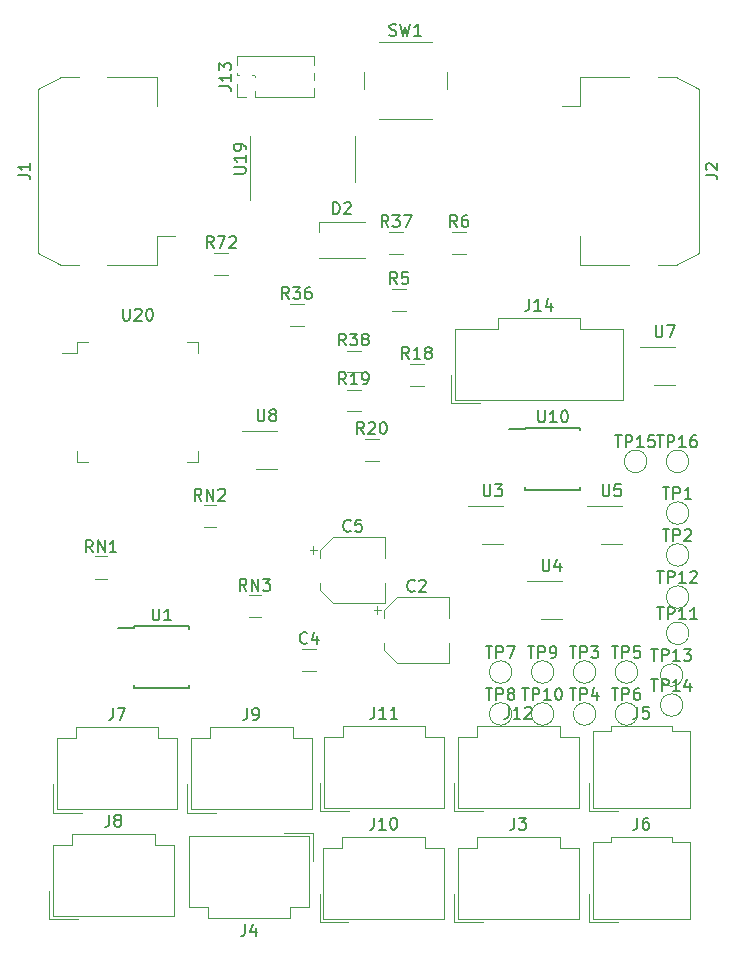
<source format=gbr>
G04 #@! TF.GenerationSoftware,KiCad,Pcbnew,5.1.5-52549c5~84~ubuntu18.04.1*
G04 #@! TF.CreationDate,2020-01-13T13:08:31-08:00*
G04 #@! TF.ProjectId,Extention Boards,45787465-6e74-4696-9f6e-20426f617264,rev?*
G04 #@! TF.SameCoordinates,Original*
G04 #@! TF.FileFunction,Legend,Top*
G04 #@! TF.FilePolarity,Positive*
%FSLAX46Y46*%
G04 Gerber Fmt 4.6, Leading zero omitted, Abs format (unit mm)*
G04 Created by KiCad (PCBNEW 5.1.5-52549c5~84~ubuntu18.04.1) date 2020-01-13 13:08:31*
%MOMM*%
%LPD*%
G04 APERTURE LIST*
%ADD10C,0.120000*%
%ADD11C,0.150000*%
G04 APERTURE END LIST*
D10*
X106604000Y-137608000D02*
G75*
G03X106604000Y-137608000I-950000J0D01*
G01*
X103054000Y-137608000D02*
G75*
G03X103054000Y-137608000I-950000J0D01*
G01*
X106106000Y-158242000D02*
G75*
G03X106106000Y-158242000I-950000J0D01*
G01*
X106106000Y-155702000D02*
G75*
G03X106106000Y-155702000I-950000J0D01*
G01*
X106614000Y-149098000D02*
G75*
G03X106614000Y-149098000I-950000J0D01*
G01*
X106614000Y-152166000D02*
G75*
G03X106614000Y-152166000I-950000J0D01*
G01*
X95180000Y-158998000D02*
G75*
G03X95180000Y-158998000I-950000J0D01*
G01*
X95180000Y-155448000D02*
G75*
G03X95180000Y-155448000I-950000J0D01*
G01*
X91630000Y-158998000D02*
G75*
G03X91630000Y-158998000I-950000J0D01*
G01*
X91630000Y-155448000D02*
G75*
G03X91630000Y-155448000I-950000J0D01*
G01*
X102284000Y-158998000D02*
G75*
G03X102284000Y-158998000I-950000J0D01*
G01*
X102284000Y-155448000D02*
G75*
G03X102284000Y-155448000I-950000J0D01*
G01*
X98734000Y-158998000D02*
G75*
G03X98734000Y-158998000I-950000J0D01*
G01*
X98734000Y-155448000D02*
G75*
G03X98734000Y-155448000I-950000J0D01*
G01*
X106614000Y-145536000D02*
G75*
G03X106614000Y-145536000I-950000J0D01*
G01*
X106614000Y-141986000D02*
G75*
G03X106614000Y-141986000I-950000J0D01*
G01*
X80253500Y-149894500D02*
X80253500Y-150519500D01*
X79941000Y-150207000D02*
X80566000Y-150207000D01*
X80806000Y-153587563D02*
X81870437Y-154652000D01*
X80806000Y-150196437D02*
X81870437Y-149132000D01*
X80806000Y-150196437D02*
X80806000Y-150832000D01*
X80806000Y-153587563D02*
X80806000Y-152952000D01*
X81870437Y-154652000D02*
X86326000Y-154652000D01*
X81870437Y-149132000D02*
X86326000Y-149132000D01*
X86326000Y-149132000D02*
X86326000Y-150832000D01*
X86326000Y-154652000D02*
X86326000Y-152952000D01*
X73856436Y-153522000D02*
X75060564Y-153522000D01*
X73856436Y-155342000D02*
X75060564Y-155342000D01*
X80906000Y-149572000D02*
X80906000Y-147872000D01*
X80906000Y-144052000D02*
X80906000Y-145752000D01*
X76450437Y-144052000D02*
X80906000Y-144052000D01*
X76450437Y-149572000D02*
X80906000Y-149572000D01*
X75386000Y-148507563D02*
X75386000Y-147872000D01*
X75386000Y-145116437D02*
X75386000Y-145752000D01*
X75386000Y-145116437D02*
X76450437Y-144052000D01*
X75386000Y-148507563D02*
X76450437Y-149572000D01*
X74521000Y-145127000D02*
X75146000Y-145127000D01*
X74833500Y-144814500D02*
X74833500Y-145439500D01*
X75266000Y-118172000D02*
X75266000Y-117372000D01*
X75266000Y-117372000D02*
X79166000Y-117372000D01*
X75266000Y-120372000D02*
X79166000Y-120372000D01*
X51484000Y-113030000D02*
X51484000Y-106095000D01*
X51484000Y-106095000D02*
X53484000Y-105095000D01*
X53484000Y-105095000D02*
X54999000Y-105095000D01*
X51484000Y-113030000D02*
X51484000Y-119965000D01*
X51484000Y-119965000D02*
X53484000Y-120965000D01*
X53484000Y-120965000D02*
X54999000Y-120965000D01*
X57389000Y-105095000D02*
X61614000Y-105095000D01*
X61614000Y-105095000D02*
X61614000Y-107525000D01*
X57389000Y-120965000D02*
X61614000Y-120965000D01*
X61614000Y-120965000D02*
X61614000Y-118535000D01*
X61614000Y-118535000D02*
X63074000Y-118535000D01*
X97361000Y-107525000D02*
X95901000Y-107525000D01*
X97361000Y-105095000D02*
X97361000Y-107525000D01*
X101586000Y-105095000D02*
X97361000Y-105095000D01*
X97361000Y-120965000D02*
X97361000Y-118535000D01*
X101586000Y-120965000D02*
X97361000Y-120965000D01*
X105491000Y-105095000D02*
X103976000Y-105095000D01*
X107491000Y-106095000D02*
X105491000Y-105095000D01*
X107491000Y-113030000D02*
X107491000Y-106095000D01*
X105491000Y-120965000D02*
X103976000Y-120965000D01*
X107491000Y-119965000D02*
X105491000Y-120965000D01*
X107491000Y-113030000D02*
X107491000Y-119965000D01*
X92170000Y-169418000D02*
X88670000Y-169418000D01*
X88670000Y-169418000D02*
X88670000Y-170318000D01*
X88670000Y-170318000D02*
X87060000Y-170318000D01*
X87060000Y-170318000D02*
X87060000Y-176338000D01*
X87060000Y-176338000D02*
X92170000Y-176338000D01*
X92170000Y-169418000D02*
X95670000Y-169418000D01*
X95670000Y-169418000D02*
X95670000Y-170318000D01*
X95670000Y-170318000D02*
X97280000Y-170318000D01*
X97280000Y-170318000D02*
X97280000Y-176338000D01*
X97280000Y-176338000D02*
X92170000Y-176338000D01*
X86760000Y-174228000D02*
X86760000Y-176638000D01*
X86760000Y-176638000D02*
X89170000Y-176638000D01*
X74784000Y-169056000D02*
X72374000Y-169056000D01*
X74784000Y-171466000D02*
X74784000Y-169056000D01*
X64264000Y-169356000D02*
X69374000Y-169356000D01*
X64264000Y-175376000D02*
X64264000Y-169356000D01*
X65874000Y-175376000D02*
X64264000Y-175376000D01*
X65874000Y-176276000D02*
X65874000Y-175376000D01*
X69374000Y-176276000D02*
X65874000Y-176276000D01*
X74484000Y-169356000D02*
X69374000Y-169356000D01*
X74484000Y-175376000D02*
X74484000Y-169356000D01*
X72874000Y-175376000D02*
X74484000Y-175376000D01*
X72874000Y-176276000D02*
X72874000Y-175376000D01*
X69374000Y-176276000D02*
X72874000Y-176276000D01*
X102600000Y-160020000D02*
X99990000Y-160020000D01*
X99990000Y-160020000D02*
X99990000Y-160420000D01*
X99990000Y-160420000D02*
X98490000Y-160420000D01*
X98490000Y-160420000D02*
X98490000Y-166940000D01*
X98490000Y-166940000D02*
X102600000Y-166940000D01*
X102600000Y-160020000D02*
X105210000Y-160020000D01*
X105210000Y-160020000D02*
X105210000Y-160420000D01*
X105210000Y-160420000D02*
X106710000Y-160420000D01*
X106710000Y-160420000D02*
X106710000Y-166940000D01*
X106710000Y-166940000D02*
X102600000Y-166940000D01*
X98190000Y-164830000D02*
X98190000Y-167240000D01*
X98190000Y-167240000D02*
X100600000Y-167240000D01*
X98190000Y-176638000D02*
X100600000Y-176638000D01*
X98190000Y-174228000D02*
X98190000Y-176638000D01*
X106710000Y-176338000D02*
X102600000Y-176338000D01*
X106710000Y-169818000D02*
X106710000Y-176338000D01*
X105210000Y-169818000D02*
X106710000Y-169818000D01*
X105210000Y-169418000D02*
X105210000Y-169818000D01*
X102600000Y-169418000D02*
X105210000Y-169418000D01*
X98490000Y-176338000D02*
X102600000Y-176338000D01*
X98490000Y-169818000D02*
X98490000Y-176338000D01*
X99990000Y-169818000D02*
X98490000Y-169818000D01*
X99990000Y-169418000D02*
X99990000Y-169818000D01*
X102600000Y-169418000D02*
X99990000Y-169418000D01*
X52788000Y-167357001D02*
X55198000Y-167357001D01*
X52788000Y-164947001D02*
X52788000Y-167357001D01*
X63308000Y-167057001D02*
X58198000Y-167057001D01*
X63308000Y-161037001D02*
X63308000Y-167057001D01*
X61698000Y-161037001D02*
X63308000Y-161037001D01*
X61698000Y-160137001D02*
X61698000Y-161037001D01*
X58198000Y-160137001D02*
X61698000Y-160137001D01*
X53088000Y-167057001D02*
X58198000Y-167057001D01*
X53088000Y-161037001D02*
X53088000Y-167057001D01*
X54698000Y-161037001D02*
X53088000Y-161037001D01*
X54698000Y-160137001D02*
X54698000Y-161037001D01*
X58198000Y-160137001D02*
X54698000Y-160137001D01*
X57880000Y-169164000D02*
X54380000Y-169164000D01*
X54380000Y-169164000D02*
X54380000Y-170064000D01*
X54380000Y-170064000D02*
X52770000Y-170064000D01*
X52770000Y-170064000D02*
X52770000Y-176084000D01*
X52770000Y-176084000D02*
X57880000Y-176084000D01*
X57880000Y-169164000D02*
X61380000Y-169164000D01*
X61380000Y-169164000D02*
X61380000Y-170064000D01*
X61380000Y-170064000D02*
X62990000Y-170064000D01*
X62990000Y-170064000D02*
X62990000Y-176084000D01*
X62990000Y-176084000D02*
X57880000Y-176084000D01*
X52470000Y-173974000D02*
X52470000Y-176384000D01*
X52470000Y-176384000D02*
X54880000Y-176384000D01*
X64154000Y-167357001D02*
X66564000Y-167357001D01*
X64154000Y-164947001D02*
X64154000Y-167357001D01*
X74674000Y-167057001D02*
X69564000Y-167057001D01*
X74674000Y-161037001D02*
X74674000Y-167057001D01*
X73064000Y-161037001D02*
X74674000Y-161037001D01*
X73064000Y-160137001D02*
X73064000Y-161037001D01*
X69564000Y-160137001D02*
X73064000Y-160137001D01*
X64454000Y-167057001D02*
X69564000Y-167057001D01*
X64454000Y-161037001D02*
X64454000Y-167057001D01*
X66064000Y-161037001D02*
X64454000Y-161037001D01*
X66064000Y-160137001D02*
X66064000Y-161037001D01*
X69564000Y-160137001D02*
X66064000Y-160137001D01*
X75362000Y-176638000D02*
X77772000Y-176638000D01*
X75362000Y-174228000D02*
X75362000Y-176638000D01*
X85882000Y-176338000D02*
X80772000Y-176338000D01*
X85882000Y-170318000D02*
X85882000Y-176338000D01*
X84272000Y-170318000D02*
X85882000Y-170318000D01*
X84272000Y-169418000D02*
X84272000Y-170318000D01*
X80772000Y-169418000D02*
X84272000Y-169418000D01*
X75662000Y-176338000D02*
X80772000Y-176338000D01*
X75662000Y-170318000D02*
X75662000Y-176338000D01*
X77272000Y-170318000D02*
X75662000Y-170318000D01*
X77272000Y-169418000D02*
X77272000Y-170318000D01*
X80772000Y-169418000D02*
X77272000Y-169418000D01*
X80804000Y-160020000D02*
X77304000Y-160020000D01*
X77304000Y-160020000D02*
X77304000Y-160920000D01*
X77304000Y-160920000D02*
X75694000Y-160920000D01*
X75694000Y-160920000D02*
X75694000Y-166940000D01*
X75694000Y-166940000D02*
X80804000Y-166940000D01*
X80804000Y-160020000D02*
X84304000Y-160020000D01*
X84304000Y-160020000D02*
X84304000Y-160920000D01*
X84304000Y-160920000D02*
X85914000Y-160920000D01*
X85914000Y-160920000D02*
X85914000Y-166940000D01*
X85914000Y-166940000D02*
X80804000Y-166940000D01*
X75394000Y-164830000D02*
X75394000Y-167240000D01*
X75394000Y-167240000D02*
X77804000Y-167240000D01*
X92170000Y-160020000D02*
X88670000Y-160020000D01*
X88670000Y-160020000D02*
X88670000Y-160920000D01*
X88670000Y-160920000D02*
X87060000Y-160920000D01*
X87060000Y-160920000D02*
X87060000Y-166940000D01*
X87060000Y-166940000D02*
X92170000Y-166940000D01*
X92170000Y-160020000D02*
X95670000Y-160020000D01*
X95670000Y-160020000D02*
X95670000Y-160920000D01*
X95670000Y-160920000D02*
X97280000Y-160920000D01*
X97280000Y-160920000D02*
X97280000Y-166940000D01*
X97280000Y-166940000D02*
X92170000Y-166940000D01*
X86760000Y-164830000D02*
X86760000Y-167240000D01*
X86760000Y-167240000D02*
X89170000Y-167240000D01*
X74863000Y-106794000D02*
X74863000Y-105971530D01*
X74863000Y-104086470D02*
X74863000Y-103264000D01*
X74863000Y-105356470D02*
X74863000Y-104701530D01*
X69848000Y-106794000D02*
X74863000Y-106794000D01*
X68393000Y-103264000D02*
X74863000Y-103264000D01*
X69848000Y-106794000D02*
X69848000Y-106227471D01*
X69848000Y-105100529D02*
X69848000Y-104957471D01*
X69794529Y-104904000D02*
X69651471Y-104904000D01*
X68524529Y-104904000D02*
X68393000Y-104904000D01*
X68393000Y-104904000D02*
X68393000Y-104701530D01*
X68393000Y-104086470D02*
X68393000Y-103264000D01*
X69088000Y-106794000D02*
X68328000Y-106794000D01*
X68328000Y-106794000D02*
X68328000Y-105664000D01*
X93916000Y-125476000D02*
X90416000Y-125476000D01*
X90416000Y-125476000D02*
X90416000Y-126376000D01*
X90416000Y-126376000D02*
X86806000Y-126376000D01*
X86806000Y-126376000D02*
X86806000Y-132396000D01*
X86806000Y-132396000D02*
X93916000Y-132396000D01*
X93916000Y-125476000D02*
X97416000Y-125476000D01*
X97416000Y-125476000D02*
X97416000Y-126376000D01*
X97416000Y-126376000D02*
X101026000Y-126376000D01*
X101026000Y-126376000D02*
X101026000Y-132396000D01*
X101026000Y-132396000D02*
X93916000Y-132396000D01*
X86506000Y-130286000D02*
X86506000Y-132696000D01*
X86506000Y-132696000D02*
X88916000Y-132696000D01*
X81476436Y-123042000D02*
X82680564Y-123042000D01*
X81476436Y-124862000D02*
X82680564Y-124862000D01*
X86556436Y-120036000D02*
X87760564Y-120036000D01*
X86556436Y-118216000D02*
X87760564Y-118216000D01*
X82963936Y-129392000D02*
X84168064Y-129392000D01*
X82963936Y-131212000D02*
X84168064Y-131212000D01*
X77632937Y-133363001D02*
X78837065Y-133363001D01*
X77632937Y-131543001D02*
X78837065Y-131543001D01*
X79153936Y-135742000D02*
X80358064Y-135742000D01*
X79153936Y-137562000D02*
X80358064Y-137562000D01*
X72803936Y-124312000D02*
X74008064Y-124312000D01*
X72803936Y-126132000D02*
X74008064Y-126132000D01*
X81222436Y-120036000D02*
X82426564Y-120036000D01*
X81222436Y-118216000D02*
X82426564Y-118216000D01*
X77632937Y-130073001D02*
X78837065Y-130073001D01*
X77632937Y-128253001D02*
X78837065Y-128253001D01*
X66417436Y-119994000D02*
X67621564Y-119994000D01*
X66417436Y-121814000D02*
X67621564Y-121814000D01*
X57334000Y-147566000D02*
X56334000Y-147566000D01*
X57334000Y-145626000D02*
X56334000Y-145626000D01*
X66540000Y-141270000D02*
X65540000Y-141270000D01*
X66540000Y-143210000D02*
X65540000Y-143210000D01*
X70350000Y-148890000D02*
X69350000Y-148890000D01*
X70350000Y-150830000D02*
X69350000Y-150830000D01*
X80352000Y-108624000D02*
X84852000Y-108624000D01*
X79102000Y-104624000D02*
X79102000Y-106124000D01*
X84852000Y-102124000D02*
X80352000Y-102124000D01*
X86102000Y-106124000D02*
X86102000Y-104624000D01*
D11*
X59651000Y-151553000D02*
X59651000Y-151678000D01*
X64301000Y-151553000D02*
X64301000Y-151778000D01*
X64301000Y-156803000D02*
X64301000Y-156578000D01*
X59651000Y-156803000D02*
X59651000Y-156578000D01*
X59651000Y-151553000D02*
X64301000Y-151553000D01*
X59651000Y-156803000D02*
X64301000Y-156803000D01*
X59651000Y-151678000D02*
X58301000Y-151678000D01*
D10*
X89096000Y-144612000D02*
X90896000Y-144612000D01*
X90896000Y-141392000D02*
X87946000Y-141392000D01*
X95896000Y-147742000D02*
X92946000Y-147742000D01*
X94096000Y-150962000D02*
X95896000Y-150962000D01*
X99176000Y-144612000D02*
X100976000Y-144612000D01*
X100976000Y-141392000D02*
X98026000Y-141392000D01*
X105468000Y-127930000D02*
X102518000Y-127930000D01*
X103668000Y-131150000D02*
X105468000Y-131150000D01*
X69966000Y-138262000D02*
X71766000Y-138262000D01*
X71766000Y-135042000D02*
X68816000Y-135042000D01*
D11*
X92769000Y-134884000D02*
X91419000Y-134884000D01*
X92769000Y-140009000D02*
X97419000Y-140009000D01*
X92769000Y-134759000D02*
X97419000Y-134759000D01*
X92769000Y-140009000D02*
X92769000Y-139784000D01*
X97419000Y-140009000D02*
X97419000Y-139784000D01*
X97419000Y-134759000D02*
X97419000Y-134984000D01*
X92769000Y-134759000D02*
X92769000Y-134884000D01*
D10*
X78349000Y-112014000D02*
X78349000Y-110064000D01*
X78349000Y-112014000D02*
X78349000Y-113964000D01*
X69479000Y-112014000D02*
X69479000Y-110064000D01*
X69479000Y-112014000D02*
X69479000Y-115464000D01*
X64104000Y-137698000D02*
X65054000Y-137698000D01*
X65054000Y-137698000D02*
X65054000Y-136748000D01*
X55784000Y-137698000D02*
X54834000Y-137698000D01*
X54834000Y-137698000D02*
X54834000Y-136748000D01*
X64104000Y-127478000D02*
X65054000Y-127478000D01*
X65054000Y-127478000D02*
X65054000Y-128428000D01*
X55784000Y-127478000D02*
X54834000Y-127478000D01*
X54834000Y-127478000D02*
X54834000Y-128428000D01*
X54834000Y-128428000D02*
X53544000Y-128428000D01*
D11*
X103915904Y-135412380D02*
X104487333Y-135412380D01*
X104201619Y-136412380D02*
X104201619Y-135412380D01*
X104820666Y-136412380D02*
X104820666Y-135412380D01*
X105201619Y-135412380D01*
X105296857Y-135460000D01*
X105344476Y-135507619D01*
X105392095Y-135602857D01*
X105392095Y-135745714D01*
X105344476Y-135840952D01*
X105296857Y-135888571D01*
X105201619Y-135936190D01*
X104820666Y-135936190D01*
X106344476Y-136412380D02*
X105773047Y-136412380D01*
X106058761Y-136412380D02*
X106058761Y-135412380D01*
X105963523Y-135555238D01*
X105868285Y-135650476D01*
X105773047Y-135698095D01*
X107201619Y-135412380D02*
X107011142Y-135412380D01*
X106915904Y-135460000D01*
X106868285Y-135507619D01*
X106773047Y-135650476D01*
X106725428Y-135840952D01*
X106725428Y-136221904D01*
X106773047Y-136317142D01*
X106820666Y-136364761D01*
X106915904Y-136412380D01*
X107106380Y-136412380D01*
X107201619Y-136364761D01*
X107249238Y-136317142D01*
X107296857Y-136221904D01*
X107296857Y-135983809D01*
X107249238Y-135888571D01*
X107201619Y-135840952D01*
X107106380Y-135793333D01*
X106915904Y-135793333D01*
X106820666Y-135840952D01*
X106773047Y-135888571D01*
X106725428Y-135983809D01*
X100365904Y-135412380D02*
X100937333Y-135412380D01*
X100651619Y-136412380D02*
X100651619Y-135412380D01*
X101270666Y-136412380D02*
X101270666Y-135412380D01*
X101651619Y-135412380D01*
X101746857Y-135460000D01*
X101794476Y-135507619D01*
X101842095Y-135602857D01*
X101842095Y-135745714D01*
X101794476Y-135840952D01*
X101746857Y-135888571D01*
X101651619Y-135936190D01*
X101270666Y-135936190D01*
X102794476Y-136412380D02*
X102223047Y-136412380D01*
X102508761Y-136412380D02*
X102508761Y-135412380D01*
X102413523Y-135555238D01*
X102318285Y-135650476D01*
X102223047Y-135698095D01*
X103699238Y-135412380D02*
X103223047Y-135412380D01*
X103175428Y-135888571D01*
X103223047Y-135840952D01*
X103318285Y-135793333D01*
X103556380Y-135793333D01*
X103651619Y-135840952D01*
X103699238Y-135888571D01*
X103746857Y-135983809D01*
X103746857Y-136221904D01*
X103699238Y-136317142D01*
X103651619Y-136364761D01*
X103556380Y-136412380D01*
X103318285Y-136412380D01*
X103223047Y-136364761D01*
X103175428Y-136317142D01*
X103417904Y-156046380D02*
X103989333Y-156046380D01*
X103703619Y-157046380D02*
X103703619Y-156046380D01*
X104322666Y-157046380D02*
X104322666Y-156046380D01*
X104703619Y-156046380D01*
X104798857Y-156094000D01*
X104846476Y-156141619D01*
X104894095Y-156236857D01*
X104894095Y-156379714D01*
X104846476Y-156474952D01*
X104798857Y-156522571D01*
X104703619Y-156570190D01*
X104322666Y-156570190D01*
X105846476Y-157046380D02*
X105275047Y-157046380D01*
X105560761Y-157046380D02*
X105560761Y-156046380D01*
X105465523Y-156189238D01*
X105370285Y-156284476D01*
X105275047Y-156332095D01*
X106703619Y-156379714D02*
X106703619Y-157046380D01*
X106465523Y-155998761D02*
X106227428Y-156713047D01*
X106846476Y-156713047D01*
X103417904Y-153506380D02*
X103989333Y-153506380D01*
X103703619Y-154506380D02*
X103703619Y-153506380D01*
X104322666Y-154506380D02*
X104322666Y-153506380D01*
X104703619Y-153506380D01*
X104798857Y-153554000D01*
X104846476Y-153601619D01*
X104894095Y-153696857D01*
X104894095Y-153839714D01*
X104846476Y-153934952D01*
X104798857Y-153982571D01*
X104703619Y-154030190D01*
X104322666Y-154030190D01*
X105846476Y-154506380D02*
X105275047Y-154506380D01*
X105560761Y-154506380D02*
X105560761Y-153506380D01*
X105465523Y-153649238D01*
X105370285Y-153744476D01*
X105275047Y-153792095D01*
X106179809Y-153506380D02*
X106798857Y-153506380D01*
X106465523Y-153887333D01*
X106608380Y-153887333D01*
X106703619Y-153934952D01*
X106751238Y-153982571D01*
X106798857Y-154077809D01*
X106798857Y-154315904D01*
X106751238Y-154411142D01*
X106703619Y-154458761D01*
X106608380Y-154506380D01*
X106322666Y-154506380D01*
X106227428Y-154458761D01*
X106179809Y-154411142D01*
X103925904Y-146902380D02*
X104497333Y-146902380D01*
X104211619Y-147902380D02*
X104211619Y-146902380D01*
X104830666Y-147902380D02*
X104830666Y-146902380D01*
X105211619Y-146902380D01*
X105306857Y-146950000D01*
X105354476Y-146997619D01*
X105402095Y-147092857D01*
X105402095Y-147235714D01*
X105354476Y-147330952D01*
X105306857Y-147378571D01*
X105211619Y-147426190D01*
X104830666Y-147426190D01*
X106354476Y-147902380D02*
X105783047Y-147902380D01*
X106068761Y-147902380D02*
X106068761Y-146902380D01*
X105973523Y-147045238D01*
X105878285Y-147140476D01*
X105783047Y-147188095D01*
X106735428Y-146997619D02*
X106783047Y-146950000D01*
X106878285Y-146902380D01*
X107116380Y-146902380D01*
X107211619Y-146950000D01*
X107259238Y-146997619D01*
X107306857Y-147092857D01*
X107306857Y-147188095D01*
X107259238Y-147330952D01*
X106687809Y-147902380D01*
X107306857Y-147902380D01*
X103925904Y-149970380D02*
X104497333Y-149970380D01*
X104211619Y-150970380D02*
X104211619Y-149970380D01*
X104830666Y-150970380D02*
X104830666Y-149970380D01*
X105211619Y-149970380D01*
X105306857Y-150018000D01*
X105354476Y-150065619D01*
X105402095Y-150160857D01*
X105402095Y-150303714D01*
X105354476Y-150398952D01*
X105306857Y-150446571D01*
X105211619Y-150494190D01*
X104830666Y-150494190D01*
X106354476Y-150970380D02*
X105783047Y-150970380D01*
X106068761Y-150970380D02*
X106068761Y-149970380D01*
X105973523Y-150113238D01*
X105878285Y-150208476D01*
X105783047Y-150256095D01*
X107306857Y-150970380D02*
X106735428Y-150970380D01*
X107021142Y-150970380D02*
X107021142Y-149970380D01*
X106925904Y-150113238D01*
X106830666Y-150208476D01*
X106735428Y-150256095D01*
X92491904Y-156802380D02*
X93063333Y-156802380D01*
X92777619Y-157802380D02*
X92777619Y-156802380D01*
X93396666Y-157802380D02*
X93396666Y-156802380D01*
X93777619Y-156802380D01*
X93872857Y-156850000D01*
X93920476Y-156897619D01*
X93968095Y-156992857D01*
X93968095Y-157135714D01*
X93920476Y-157230952D01*
X93872857Y-157278571D01*
X93777619Y-157326190D01*
X93396666Y-157326190D01*
X94920476Y-157802380D02*
X94349047Y-157802380D01*
X94634761Y-157802380D02*
X94634761Y-156802380D01*
X94539523Y-156945238D01*
X94444285Y-157040476D01*
X94349047Y-157088095D01*
X95539523Y-156802380D02*
X95634761Y-156802380D01*
X95730000Y-156850000D01*
X95777619Y-156897619D01*
X95825238Y-156992857D01*
X95872857Y-157183333D01*
X95872857Y-157421428D01*
X95825238Y-157611904D01*
X95777619Y-157707142D01*
X95730000Y-157754761D01*
X95634761Y-157802380D01*
X95539523Y-157802380D01*
X95444285Y-157754761D01*
X95396666Y-157707142D01*
X95349047Y-157611904D01*
X95301428Y-157421428D01*
X95301428Y-157183333D01*
X95349047Y-156992857D01*
X95396666Y-156897619D01*
X95444285Y-156850000D01*
X95539523Y-156802380D01*
X92968095Y-153252380D02*
X93539523Y-153252380D01*
X93253809Y-154252380D02*
X93253809Y-153252380D01*
X93872857Y-154252380D02*
X93872857Y-153252380D01*
X94253809Y-153252380D01*
X94349047Y-153300000D01*
X94396666Y-153347619D01*
X94444285Y-153442857D01*
X94444285Y-153585714D01*
X94396666Y-153680952D01*
X94349047Y-153728571D01*
X94253809Y-153776190D01*
X93872857Y-153776190D01*
X94920476Y-154252380D02*
X95110952Y-154252380D01*
X95206190Y-154204761D01*
X95253809Y-154157142D01*
X95349047Y-154014285D01*
X95396666Y-153823809D01*
X95396666Y-153442857D01*
X95349047Y-153347619D01*
X95301428Y-153300000D01*
X95206190Y-153252380D01*
X95015714Y-153252380D01*
X94920476Y-153300000D01*
X94872857Y-153347619D01*
X94825238Y-153442857D01*
X94825238Y-153680952D01*
X94872857Y-153776190D01*
X94920476Y-153823809D01*
X95015714Y-153871428D01*
X95206190Y-153871428D01*
X95301428Y-153823809D01*
X95349047Y-153776190D01*
X95396666Y-153680952D01*
X89418095Y-156802380D02*
X89989523Y-156802380D01*
X89703809Y-157802380D02*
X89703809Y-156802380D01*
X90322857Y-157802380D02*
X90322857Y-156802380D01*
X90703809Y-156802380D01*
X90799047Y-156850000D01*
X90846666Y-156897619D01*
X90894285Y-156992857D01*
X90894285Y-157135714D01*
X90846666Y-157230952D01*
X90799047Y-157278571D01*
X90703809Y-157326190D01*
X90322857Y-157326190D01*
X91465714Y-157230952D02*
X91370476Y-157183333D01*
X91322857Y-157135714D01*
X91275238Y-157040476D01*
X91275238Y-156992857D01*
X91322857Y-156897619D01*
X91370476Y-156850000D01*
X91465714Y-156802380D01*
X91656190Y-156802380D01*
X91751428Y-156850000D01*
X91799047Y-156897619D01*
X91846666Y-156992857D01*
X91846666Y-157040476D01*
X91799047Y-157135714D01*
X91751428Y-157183333D01*
X91656190Y-157230952D01*
X91465714Y-157230952D01*
X91370476Y-157278571D01*
X91322857Y-157326190D01*
X91275238Y-157421428D01*
X91275238Y-157611904D01*
X91322857Y-157707142D01*
X91370476Y-157754761D01*
X91465714Y-157802380D01*
X91656190Y-157802380D01*
X91751428Y-157754761D01*
X91799047Y-157707142D01*
X91846666Y-157611904D01*
X91846666Y-157421428D01*
X91799047Y-157326190D01*
X91751428Y-157278571D01*
X91656190Y-157230952D01*
X89418095Y-153252380D02*
X89989523Y-153252380D01*
X89703809Y-154252380D02*
X89703809Y-153252380D01*
X90322857Y-154252380D02*
X90322857Y-153252380D01*
X90703809Y-153252380D01*
X90799047Y-153300000D01*
X90846666Y-153347619D01*
X90894285Y-153442857D01*
X90894285Y-153585714D01*
X90846666Y-153680952D01*
X90799047Y-153728571D01*
X90703809Y-153776190D01*
X90322857Y-153776190D01*
X91227619Y-153252380D02*
X91894285Y-153252380D01*
X91465714Y-154252380D01*
X100072095Y-156802380D02*
X100643523Y-156802380D01*
X100357809Y-157802380D02*
X100357809Y-156802380D01*
X100976857Y-157802380D02*
X100976857Y-156802380D01*
X101357809Y-156802380D01*
X101453047Y-156850000D01*
X101500666Y-156897619D01*
X101548285Y-156992857D01*
X101548285Y-157135714D01*
X101500666Y-157230952D01*
X101453047Y-157278571D01*
X101357809Y-157326190D01*
X100976857Y-157326190D01*
X102405428Y-156802380D02*
X102214952Y-156802380D01*
X102119714Y-156850000D01*
X102072095Y-156897619D01*
X101976857Y-157040476D01*
X101929238Y-157230952D01*
X101929238Y-157611904D01*
X101976857Y-157707142D01*
X102024476Y-157754761D01*
X102119714Y-157802380D01*
X102310190Y-157802380D01*
X102405428Y-157754761D01*
X102453047Y-157707142D01*
X102500666Y-157611904D01*
X102500666Y-157373809D01*
X102453047Y-157278571D01*
X102405428Y-157230952D01*
X102310190Y-157183333D01*
X102119714Y-157183333D01*
X102024476Y-157230952D01*
X101976857Y-157278571D01*
X101929238Y-157373809D01*
X100072095Y-153252380D02*
X100643523Y-153252380D01*
X100357809Y-154252380D02*
X100357809Y-153252380D01*
X100976857Y-154252380D02*
X100976857Y-153252380D01*
X101357809Y-153252380D01*
X101453047Y-153300000D01*
X101500666Y-153347619D01*
X101548285Y-153442857D01*
X101548285Y-153585714D01*
X101500666Y-153680952D01*
X101453047Y-153728571D01*
X101357809Y-153776190D01*
X100976857Y-153776190D01*
X102453047Y-153252380D02*
X101976857Y-153252380D01*
X101929238Y-153728571D01*
X101976857Y-153680952D01*
X102072095Y-153633333D01*
X102310190Y-153633333D01*
X102405428Y-153680952D01*
X102453047Y-153728571D01*
X102500666Y-153823809D01*
X102500666Y-154061904D01*
X102453047Y-154157142D01*
X102405428Y-154204761D01*
X102310190Y-154252380D01*
X102072095Y-154252380D01*
X101976857Y-154204761D01*
X101929238Y-154157142D01*
X96522095Y-156802380D02*
X97093523Y-156802380D01*
X96807809Y-157802380D02*
X96807809Y-156802380D01*
X97426857Y-157802380D02*
X97426857Y-156802380D01*
X97807809Y-156802380D01*
X97903047Y-156850000D01*
X97950666Y-156897619D01*
X97998285Y-156992857D01*
X97998285Y-157135714D01*
X97950666Y-157230952D01*
X97903047Y-157278571D01*
X97807809Y-157326190D01*
X97426857Y-157326190D01*
X98855428Y-157135714D02*
X98855428Y-157802380D01*
X98617333Y-156754761D02*
X98379238Y-157469047D01*
X98998285Y-157469047D01*
X96522095Y-153252380D02*
X97093523Y-153252380D01*
X96807809Y-154252380D02*
X96807809Y-153252380D01*
X97426857Y-154252380D02*
X97426857Y-153252380D01*
X97807809Y-153252380D01*
X97903047Y-153300000D01*
X97950666Y-153347619D01*
X97998285Y-153442857D01*
X97998285Y-153585714D01*
X97950666Y-153680952D01*
X97903047Y-153728571D01*
X97807809Y-153776190D01*
X97426857Y-153776190D01*
X98331619Y-153252380D02*
X98950666Y-153252380D01*
X98617333Y-153633333D01*
X98760190Y-153633333D01*
X98855428Y-153680952D01*
X98903047Y-153728571D01*
X98950666Y-153823809D01*
X98950666Y-154061904D01*
X98903047Y-154157142D01*
X98855428Y-154204761D01*
X98760190Y-154252380D01*
X98474476Y-154252380D01*
X98379238Y-154204761D01*
X98331619Y-154157142D01*
X104402095Y-143340380D02*
X104973523Y-143340380D01*
X104687809Y-144340380D02*
X104687809Y-143340380D01*
X105306857Y-144340380D02*
X105306857Y-143340380D01*
X105687809Y-143340380D01*
X105783047Y-143388000D01*
X105830666Y-143435619D01*
X105878285Y-143530857D01*
X105878285Y-143673714D01*
X105830666Y-143768952D01*
X105783047Y-143816571D01*
X105687809Y-143864190D01*
X105306857Y-143864190D01*
X106259238Y-143435619D02*
X106306857Y-143388000D01*
X106402095Y-143340380D01*
X106640190Y-143340380D01*
X106735428Y-143388000D01*
X106783047Y-143435619D01*
X106830666Y-143530857D01*
X106830666Y-143626095D01*
X106783047Y-143768952D01*
X106211619Y-144340380D01*
X106830666Y-144340380D01*
X104402095Y-139790380D02*
X104973523Y-139790380D01*
X104687809Y-140790380D02*
X104687809Y-139790380D01*
X105306857Y-140790380D02*
X105306857Y-139790380D01*
X105687809Y-139790380D01*
X105783047Y-139838000D01*
X105830666Y-139885619D01*
X105878285Y-139980857D01*
X105878285Y-140123714D01*
X105830666Y-140218952D01*
X105783047Y-140266571D01*
X105687809Y-140314190D01*
X105306857Y-140314190D01*
X106830666Y-140790380D02*
X106259238Y-140790380D01*
X106544952Y-140790380D02*
X106544952Y-139790380D01*
X106449714Y-139933238D01*
X106354476Y-140028476D01*
X106259238Y-140076095D01*
X83399333Y-148549142D02*
X83351714Y-148596761D01*
X83208857Y-148644380D01*
X83113619Y-148644380D01*
X82970761Y-148596761D01*
X82875523Y-148501523D01*
X82827904Y-148406285D01*
X82780285Y-148215809D01*
X82780285Y-148072952D01*
X82827904Y-147882476D01*
X82875523Y-147787238D01*
X82970761Y-147692000D01*
X83113619Y-147644380D01*
X83208857Y-147644380D01*
X83351714Y-147692000D01*
X83399333Y-147739619D01*
X83780285Y-147739619D02*
X83827904Y-147692000D01*
X83923142Y-147644380D01*
X84161238Y-147644380D01*
X84256476Y-147692000D01*
X84304095Y-147739619D01*
X84351714Y-147834857D01*
X84351714Y-147930095D01*
X84304095Y-148072952D01*
X83732666Y-148644380D01*
X84351714Y-148644380D01*
X74291833Y-152969142D02*
X74244214Y-153016761D01*
X74101357Y-153064380D01*
X74006119Y-153064380D01*
X73863261Y-153016761D01*
X73768023Y-152921523D01*
X73720404Y-152826285D01*
X73672785Y-152635809D01*
X73672785Y-152492952D01*
X73720404Y-152302476D01*
X73768023Y-152207238D01*
X73863261Y-152112000D01*
X74006119Y-152064380D01*
X74101357Y-152064380D01*
X74244214Y-152112000D01*
X74291833Y-152159619D01*
X75148976Y-152397714D02*
X75148976Y-153064380D01*
X74910880Y-152016761D02*
X74672785Y-152731047D01*
X75291833Y-152731047D01*
X77979333Y-143469142D02*
X77931714Y-143516761D01*
X77788857Y-143564380D01*
X77693619Y-143564380D01*
X77550761Y-143516761D01*
X77455523Y-143421523D01*
X77407904Y-143326285D01*
X77360285Y-143135809D01*
X77360285Y-142992952D01*
X77407904Y-142802476D01*
X77455523Y-142707238D01*
X77550761Y-142612000D01*
X77693619Y-142564380D01*
X77788857Y-142564380D01*
X77931714Y-142612000D01*
X77979333Y-142659619D01*
X78884095Y-142564380D02*
X78407904Y-142564380D01*
X78360285Y-143040571D01*
X78407904Y-142992952D01*
X78503142Y-142945333D01*
X78741238Y-142945333D01*
X78836476Y-142992952D01*
X78884095Y-143040571D01*
X78931714Y-143135809D01*
X78931714Y-143373904D01*
X78884095Y-143469142D01*
X78836476Y-143516761D01*
X78741238Y-143564380D01*
X78503142Y-143564380D01*
X78407904Y-143516761D01*
X78360285Y-143469142D01*
X76477904Y-116674380D02*
X76477904Y-115674380D01*
X76716000Y-115674380D01*
X76858857Y-115722000D01*
X76954095Y-115817238D01*
X77001714Y-115912476D01*
X77049333Y-116102952D01*
X77049333Y-116245809D01*
X77001714Y-116436285D01*
X76954095Y-116531523D01*
X76858857Y-116626761D01*
X76716000Y-116674380D01*
X76477904Y-116674380D01*
X77430285Y-115769619D02*
X77477904Y-115722000D01*
X77573142Y-115674380D01*
X77811238Y-115674380D01*
X77906476Y-115722000D01*
X77954095Y-115769619D01*
X78001714Y-115864857D01*
X78001714Y-115960095D01*
X77954095Y-116102952D01*
X77382666Y-116674380D01*
X78001714Y-116674380D01*
X49851380Y-113363333D02*
X50565666Y-113363333D01*
X50708523Y-113410952D01*
X50803761Y-113506190D01*
X50851380Y-113649047D01*
X50851380Y-113744285D01*
X50851380Y-112363333D02*
X50851380Y-112934761D01*
X50851380Y-112649047D02*
X49851380Y-112649047D01*
X49994238Y-112744285D01*
X50089476Y-112839523D01*
X50137095Y-112934761D01*
X108028380Y-113363333D02*
X108742666Y-113363333D01*
X108885523Y-113410952D01*
X108980761Y-113506190D01*
X109028380Y-113649047D01*
X109028380Y-113744285D01*
X108123619Y-112934761D02*
X108076000Y-112887142D01*
X108028380Y-112791904D01*
X108028380Y-112553809D01*
X108076000Y-112458571D01*
X108123619Y-112410952D01*
X108218857Y-112363333D01*
X108314095Y-112363333D01*
X108456952Y-112410952D01*
X109028380Y-112982380D01*
X109028380Y-112363333D01*
X91836666Y-167780380D02*
X91836666Y-168494666D01*
X91789047Y-168637523D01*
X91693809Y-168732761D01*
X91550952Y-168780380D01*
X91455714Y-168780380D01*
X92217619Y-167780380D02*
X92836666Y-167780380D01*
X92503333Y-168161333D01*
X92646190Y-168161333D01*
X92741428Y-168208952D01*
X92789047Y-168256571D01*
X92836666Y-168351809D01*
X92836666Y-168589904D01*
X92789047Y-168685142D01*
X92741428Y-168732761D01*
X92646190Y-168780380D01*
X92360476Y-168780380D01*
X92265238Y-168732761D01*
X92217619Y-168685142D01*
X69040666Y-176818380D02*
X69040666Y-177532666D01*
X68993047Y-177675523D01*
X68897809Y-177770761D01*
X68754952Y-177818380D01*
X68659714Y-177818380D01*
X69945428Y-177151714D02*
X69945428Y-177818380D01*
X69707333Y-176770761D02*
X69469238Y-177485047D01*
X70088285Y-177485047D01*
X102266666Y-158382380D02*
X102266666Y-159096666D01*
X102219047Y-159239523D01*
X102123809Y-159334761D01*
X101980952Y-159382380D01*
X101885714Y-159382380D01*
X103219047Y-158382380D02*
X102742857Y-158382380D01*
X102695238Y-158858571D01*
X102742857Y-158810952D01*
X102838095Y-158763333D01*
X103076190Y-158763333D01*
X103171428Y-158810952D01*
X103219047Y-158858571D01*
X103266666Y-158953809D01*
X103266666Y-159191904D01*
X103219047Y-159287142D01*
X103171428Y-159334761D01*
X103076190Y-159382380D01*
X102838095Y-159382380D01*
X102742857Y-159334761D01*
X102695238Y-159287142D01*
X102266666Y-167780380D02*
X102266666Y-168494666D01*
X102219047Y-168637523D01*
X102123809Y-168732761D01*
X101980952Y-168780380D01*
X101885714Y-168780380D01*
X103171428Y-167780380D02*
X102980952Y-167780380D01*
X102885714Y-167828000D01*
X102838095Y-167875619D01*
X102742857Y-168018476D01*
X102695238Y-168208952D01*
X102695238Y-168589904D01*
X102742857Y-168685142D01*
X102790476Y-168732761D01*
X102885714Y-168780380D01*
X103076190Y-168780380D01*
X103171428Y-168732761D01*
X103219047Y-168685142D01*
X103266666Y-168589904D01*
X103266666Y-168351809D01*
X103219047Y-168256571D01*
X103171428Y-168208952D01*
X103076190Y-168161333D01*
X102885714Y-168161333D01*
X102790476Y-168208952D01*
X102742857Y-168256571D01*
X102695238Y-168351809D01*
X57864666Y-158499381D02*
X57864666Y-159213667D01*
X57817047Y-159356524D01*
X57721809Y-159451762D01*
X57578952Y-159499381D01*
X57483714Y-159499381D01*
X58245619Y-158499381D02*
X58912285Y-158499381D01*
X58483714Y-159499381D01*
X57546666Y-167526380D02*
X57546666Y-168240666D01*
X57499047Y-168383523D01*
X57403809Y-168478761D01*
X57260952Y-168526380D01*
X57165714Y-168526380D01*
X58165714Y-167954952D02*
X58070476Y-167907333D01*
X58022857Y-167859714D01*
X57975238Y-167764476D01*
X57975238Y-167716857D01*
X58022857Y-167621619D01*
X58070476Y-167574000D01*
X58165714Y-167526380D01*
X58356190Y-167526380D01*
X58451428Y-167574000D01*
X58499047Y-167621619D01*
X58546666Y-167716857D01*
X58546666Y-167764476D01*
X58499047Y-167859714D01*
X58451428Y-167907333D01*
X58356190Y-167954952D01*
X58165714Y-167954952D01*
X58070476Y-168002571D01*
X58022857Y-168050190D01*
X57975238Y-168145428D01*
X57975238Y-168335904D01*
X58022857Y-168431142D01*
X58070476Y-168478761D01*
X58165714Y-168526380D01*
X58356190Y-168526380D01*
X58451428Y-168478761D01*
X58499047Y-168431142D01*
X58546666Y-168335904D01*
X58546666Y-168145428D01*
X58499047Y-168050190D01*
X58451428Y-168002571D01*
X58356190Y-167954952D01*
X69230666Y-158499381D02*
X69230666Y-159213667D01*
X69183047Y-159356524D01*
X69087809Y-159451762D01*
X68944952Y-159499381D01*
X68849714Y-159499381D01*
X69754476Y-159499381D02*
X69944952Y-159499381D01*
X70040190Y-159451762D01*
X70087809Y-159404143D01*
X70183047Y-159261286D01*
X70230666Y-159070810D01*
X70230666Y-158689858D01*
X70183047Y-158594620D01*
X70135428Y-158547001D01*
X70040190Y-158499381D01*
X69849714Y-158499381D01*
X69754476Y-158547001D01*
X69706857Y-158594620D01*
X69659238Y-158689858D01*
X69659238Y-158927953D01*
X69706857Y-159023191D01*
X69754476Y-159070810D01*
X69849714Y-159118429D01*
X70040190Y-159118429D01*
X70135428Y-159070810D01*
X70183047Y-159023191D01*
X70230666Y-158927953D01*
X79962476Y-167780380D02*
X79962476Y-168494666D01*
X79914857Y-168637523D01*
X79819619Y-168732761D01*
X79676761Y-168780380D01*
X79581523Y-168780380D01*
X80962476Y-168780380D02*
X80391047Y-168780380D01*
X80676761Y-168780380D02*
X80676761Y-167780380D01*
X80581523Y-167923238D01*
X80486285Y-168018476D01*
X80391047Y-168066095D01*
X81581523Y-167780380D02*
X81676761Y-167780380D01*
X81772000Y-167828000D01*
X81819619Y-167875619D01*
X81867238Y-167970857D01*
X81914857Y-168161333D01*
X81914857Y-168399428D01*
X81867238Y-168589904D01*
X81819619Y-168685142D01*
X81772000Y-168732761D01*
X81676761Y-168780380D01*
X81581523Y-168780380D01*
X81486285Y-168732761D01*
X81438666Y-168685142D01*
X81391047Y-168589904D01*
X81343428Y-168399428D01*
X81343428Y-168161333D01*
X81391047Y-167970857D01*
X81438666Y-167875619D01*
X81486285Y-167828000D01*
X81581523Y-167780380D01*
X79994476Y-158382380D02*
X79994476Y-159096666D01*
X79946857Y-159239523D01*
X79851619Y-159334761D01*
X79708761Y-159382380D01*
X79613523Y-159382380D01*
X80994476Y-159382380D02*
X80423047Y-159382380D01*
X80708761Y-159382380D02*
X80708761Y-158382380D01*
X80613523Y-158525238D01*
X80518285Y-158620476D01*
X80423047Y-158668095D01*
X81946857Y-159382380D02*
X81375428Y-159382380D01*
X81661142Y-159382380D02*
X81661142Y-158382380D01*
X81565904Y-158525238D01*
X81470666Y-158620476D01*
X81375428Y-158668095D01*
X91360476Y-158382380D02*
X91360476Y-159096666D01*
X91312857Y-159239523D01*
X91217619Y-159334761D01*
X91074761Y-159382380D01*
X90979523Y-159382380D01*
X92360476Y-159382380D02*
X91789047Y-159382380D01*
X92074761Y-159382380D02*
X92074761Y-158382380D01*
X91979523Y-158525238D01*
X91884285Y-158620476D01*
X91789047Y-158668095D01*
X92741428Y-158477619D02*
X92789047Y-158430000D01*
X92884285Y-158382380D01*
X93122380Y-158382380D01*
X93217619Y-158430000D01*
X93265238Y-158477619D01*
X93312857Y-158572857D01*
X93312857Y-158668095D01*
X93265238Y-158810952D01*
X92693809Y-159382380D01*
X93312857Y-159382380D01*
X66845380Y-105838523D02*
X67559666Y-105838523D01*
X67702523Y-105886142D01*
X67797761Y-105981380D01*
X67845380Y-106124238D01*
X67845380Y-106219476D01*
X67845380Y-104838523D02*
X67845380Y-105409952D01*
X67845380Y-105124238D02*
X66845380Y-105124238D01*
X66988238Y-105219476D01*
X67083476Y-105314714D01*
X67131095Y-105409952D01*
X66845380Y-104505190D02*
X66845380Y-103886142D01*
X67226333Y-104219476D01*
X67226333Y-104076619D01*
X67273952Y-103981380D01*
X67321571Y-103933761D01*
X67416809Y-103886142D01*
X67654904Y-103886142D01*
X67750142Y-103933761D01*
X67797761Y-103981380D01*
X67845380Y-104076619D01*
X67845380Y-104362333D01*
X67797761Y-104457571D01*
X67750142Y-104505190D01*
X93106476Y-123838380D02*
X93106476Y-124552666D01*
X93058857Y-124695523D01*
X92963619Y-124790761D01*
X92820761Y-124838380D01*
X92725523Y-124838380D01*
X94106476Y-124838380D02*
X93535047Y-124838380D01*
X93820761Y-124838380D02*
X93820761Y-123838380D01*
X93725523Y-123981238D01*
X93630285Y-124076476D01*
X93535047Y-124124095D01*
X94963619Y-124171714D02*
X94963619Y-124838380D01*
X94725523Y-123790761D02*
X94487428Y-124505047D01*
X95106476Y-124505047D01*
X81911833Y-122584380D02*
X81578500Y-122108190D01*
X81340404Y-122584380D02*
X81340404Y-121584380D01*
X81721357Y-121584380D01*
X81816595Y-121632000D01*
X81864214Y-121679619D01*
X81911833Y-121774857D01*
X81911833Y-121917714D01*
X81864214Y-122012952D01*
X81816595Y-122060571D01*
X81721357Y-122108190D01*
X81340404Y-122108190D01*
X82816595Y-121584380D02*
X82340404Y-121584380D01*
X82292785Y-122060571D01*
X82340404Y-122012952D01*
X82435642Y-121965333D01*
X82673738Y-121965333D01*
X82768976Y-122012952D01*
X82816595Y-122060571D01*
X82864214Y-122155809D01*
X82864214Y-122393904D01*
X82816595Y-122489142D01*
X82768976Y-122536761D01*
X82673738Y-122584380D01*
X82435642Y-122584380D01*
X82340404Y-122536761D01*
X82292785Y-122489142D01*
X86991833Y-117758380D02*
X86658500Y-117282190D01*
X86420404Y-117758380D02*
X86420404Y-116758380D01*
X86801357Y-116758380D01*
X86896595Y-116806000D01*
X86944214Y-116853619D01*
X86991833Y-116948857D01*
X86991833Y-117091714D01*
X86944214Y-117186952D01*
X86896595Y-117234571D01*
X86801357Y-117282190D01*
X86420404Y-117282190D01*
X87848976Y-116758380D02*
X87658500Y-116758380D01*
X87563261Y-116806000D01*
X87515642Y-116853619D01*
X87420404Y-116996476D01*
X87372785Y-117186952D01*
X87372785Y-117567904D01*
X87420404Y-117663142D01*
X87468023Y-117710761D01*
X87563261Y-117758380D01*
X87753738Y-117758380D01*
X87848976Y-117710761D01*
X87896595Y-117663142D01*
X87944214Y-117567904D01*
X87944214Y-117329809D01*
X87896595Y-117234571D01*
X87848976Y-117186952D01*
X87753738Y-117139333D01*
X87563261Y-117139333D01*
X87468023Y-117186952D01*
X87420404Y-117234571D01*
X87372785Y-117329809D01*
X82923142Y-128934380D02*
X82589809Y-128458190D01*
X82351714Y-128934380D02*
X82351714Y-127934380D01*
X82732666Y-127934380D01*
X82827904Y-127982000D01*
X82875523Y-128029619D01*
X82923142Y-128124857D01*
X82923142Y-128267714D01*
X82875523Y-128362952D01*
X82827904Y-128410571D01*
X82732666Y-128458190D01*
X82351714Y-128458190D01*
X83875523Y-128934380D02*
X83304095Y-128934380D01*
X83589809Y-128934380D02*
X83589809Y-127934380D01*
X83494571Y-128077238D01*
X83399333Y-128172476D01*
X83304095Y-128220095D01*
X84446952Y-128362952D02*
X84351714Y-128315333D01*
X84304095Y-128267714D01*
X84256476Y-128172476D01*
X84256476Y-128124857D01*
X84304095Y-128029619D01*
X84351714Y-127982000D01*
X84446952Y-127934380D01*
X84637428Y-127934380D01*
X84732666Y-127982000D01*
X84780285Y-128029619D01*
X84827904Y-128124857D01*
X84827904Y-128172476D01*
X84780285Y-128267714D01*
X84732666Y-128315333D01*
X84637428Y-128362952D01*
X84446952Y-128362952D01*
X84351714Y-128410571D01*
X84304095Y-128458190D01*
X84256476Y-128553428D01*
X84256476Y-128743904D01*
X84304095Y-128839142D01*
X84351714Y-128886761D01*
X84446952Y-128934380D01*
X84637428Y-128934380D01*
X84732666Y-128886761D01*
X84780285Y-128839142D01*
X84827904Y-128743904D01*
X84827904Y-128553428D01*
X84780285Y-128458190D01*
X84732666Y-128410571D01*
X84637428Y-128362952D01*
X77592143Y-131085381D02*
X77258810Y-130609191D01*
X77020715Y-131085381D02*
X77020715Y-130085381D01*
X77401667Y-130085381D01*
X77496905Y-130133001D01*
X77544524Y-130180620D01*
X77592143Y-130275858D01*
X77592143Y-130418715D01*
X77544524Y-130513953D01*
X77496905Y-130561572D01*
X77401667Y-130609191D01*
X77020715Y-130609191D01*
X78544524Y-131085381D02*
X77973096Y-131085381D01*
X78258810Y-131085381D02*
X78258810Y-130085381D01*
X78163572Y-130228239D01*
X78068334Y-130323477D01*
X77973096Y-130371096D01*
X79020715Y-131085381D02*
X79211191Y-131085381D01*
X79306429Y-131037762D01*
X79354048Y-130990143D01*
X79449286Y-130847286D01*
X79496905Y-130656810D01*
X79496905Y-130275858D01*
X79449286Y-130180620D01*
X79401667Y-130133001D01*
X79306429Y-130085381D01*
X79115953Y-130085381D01*
X79020715Y-130133001D01*
X78973096Y-130180620D01*
X78925477Y-130275858D01*
X78925477Y-130513953D01*
X78973096Y-130609191D01*
X79020715Y-130656810D01*
X79115953Y-130704429D01*
X79306429Y-130704429D01*
X79401667Y-130656810D01*
X79449286Y-130609191D01*
X79496905Y-130513953D01*
X79113142Y-135284380D02*
X78779809Y-134808190D01*
X78541714Y-135284380D02*
X78541714Y-134284380D01*
X78922666Y-134284380D01*
X79017904Y-134332000D01*
X79065523Y-134379619D01*
X79113142Y-134474857D01*
X79113142Y-134617714D01*
X79065523Y-134712952D01*
X79017904Y-134760571D01*
X78922666Y-134808190D01*
X78541714Y-134808190D01*
X79494095Y-134379619D02*
X79541714Y-134332000D01*
X79636952Y-134284380D01*
X79875047Y-134284380D01*
X79970285Y-134332000D01*
X80017904Y-134379619D01*
X80065523Y-134474857D01*
X80065523Y-134570095D01*
X80017904Y-134712952D01*
X79446476Y-135284380D01*
X80065523Y-135284380D01*
X80684571Y-134284380D02*
X80779809Y-134284380D01*
X80875047Y-134332000D01*
X80922666Y-134379619D01*
X80970285Y-134474857D01*
X81017904Y-134665333D01*
X81017904Y-134903428D01*
X80970285Y-135093904D01*
X80922666Y-135189142D01*
X80875047Y-135236761D01*
X80779809Y-135284380D01*
X80684571Y-135284380D01*
X80589333Y-135236761D01*
X80541714Y-135189142D01*
X80494095Y-135093904D01*
X80446476Y-134903428D01*
X80446476Y-134665333D01*
X80494095Y-134474857D01*
X80541714Y-134379619D01*
X80589333Y-134332000D01*
X80684571Y-134284380D01*
X72763142Y-123854380D02*
X72429809Y-123378190D01*
X72191714Y-123854380D02*
X72191714Y-122854380D01*
X72572666Y-122854380D01*
X72667904Y-122902000D01*
X72715523Y-122949619D01*
X72763142Y-123044857D01*
X72763142Y-123187714D01*
X72715523Y-123282952D01*
X72667904Y-123330571D01*
X72572666Y-123378190D01*
X72191714Y-123378190D01*
X73096476Y-122854380D02*
X73715523Y-122854380D01*
X73382190Y-123235333D01*
X73525047Y-123235333D01*
X73620285Y-123282952D01*
X73667904Y-123330571D01*
X73715523Y-123425809D01*
X73715523Y-123663904D01*
X73667904Y-123759142D01*
X73620285Y-123806761D01*
X73525047Y-123854380D01*
X73239333Y-123854380D01*
X73144095Y-123806761D01*
X73096476Y-123759142D01*
X74572666Y-122854380D02*
X74382190Y-122854380D01*
X74286952Y-122902000D01*
X74239333Y-122949619D01*
X74144095Y-123092476D01*
X74096476Y-123282952D01*
X74096476Y-123663904D01*
X74144095Y-123759142D01*
X74191714Y-123806761D01*
X74286952Y-123854380D01*
X74477428Y-123854380D01*
X74572666Y-123806761D01*
X74620285Y-123759142D01*
X74667904Y-123663904D01*
X74667904Y-123425809D01*
X74620285Y-123330571D01*
X74572666Y-123282952D01*
X74477428Y-123235333D01*
X74286952Y-123235333D01*
X74191714Y-123282952D01*
X74144095Y-123330571D01*
X74096476Y-123425809D01*
X81181642Y-117758380D02*
X80848309Y-117282190D01*
X80610214Y-117758380D02*
X80610214Y-116758380D01*
X80991166Y-116758380D01*
X81086404Y-116806000D01*
X81134023Y-116853619D01*
X81181642Y-116948857D01*
X81181642Y-117091714D01*
X81134023Y-117186952D01*
X81086404Y-117234571D01*
X80991166Y-117282190D01*
X80610214Y-117282190D01*
X81514976Y-116758380D02*
X82134023Y-116758380D01*
X81800690Y-117139333D01*
X81943547Y-117139333D01*
X82038785Y-117186952D01*
X82086404Y-117234571D01*
X82134023Y-117329809D01*
X82134023Y-117567904D01*
X82086404Y-117663142D01*
X82038785Y-117710761D01*
X81943547Y-117758380D01*
X81657833Y-117758380D01*
X81562595Y-117710761D01*
X81514976Y-117663142D01*
X82467357Y-116758380D02*
X83134023Y-116758380D01*
X82705452Y-117758380D01*
X77592143Y-127795381D02*
X77258810Y-127319191D01*
X77020715Y-127795381D02*
X77020715Y-126795381D01*
X77401667Y-126795381D01*
X77496905Y-126843001D01*
X77544524Y-126890620D01*
X77592143Y-126985858D01*
X77592143Y-127128715D01*
X77544524Y-127223953D01*
X77496905Y-127271572D01*
X77401667Y-127319191D01*
X77020715Y-127319191D01*
X77925477Y-126795381D02*
X78544524Y-126795381D01*
X78211191Y-127176334D01*
X78354048Y-127176334D01*
X78449286Y-127223953D01*
X78496905Y-127271572D01*
X78544524Y-127366810D01*
X78544524Y-127604905D01*
X78496905Y-127700143D01*
X78449286Y-127747762D01*
X78354048Y-127795381D01*
X78068334Y-127795381D01*
X77973096Y-127747762D01*
X77925477Y-127700143D01*
X79115953Y-127223953D02*
X79020715Y-127176334D01*
X78973096Y-127128715D01*
X78925477Y-127033477D01*
X78925477Y-126985858D01*
X78973096Y-126890620D01*
X79020715Y-126843001D01*
X79115953Y-126795381D01*
X79306429Y-126795381D01*
X79401667Y-126843001D01*
X79449286Y-126890620D01*
X79496905Y-126985858D01*
X79496905Y-127033477D01*
X79449286Y-127128715D01*
X79401667Y-127176334D01*
X79306429Y-127223953D01*
X79115953Y-127223953D01*
X79020715Y-127271572D01*
X78973096Y-127319191D01*
X78925477Y-127414429D01*
X78925477Y-127604905D01*
X78973096Y-127700143D01*
X79020715Y-127747762D01*
X79115953Y-127795381D01*
X79306429Y-127795381D01*
X79401667Y-127747762D01*
X79449286Y-127700143D01*
X79496905Y-127604905D01*
X79496905Y-127414429D01*
X79449286Y-127319191D01*
X79401667Y-127271572D01*
X79306429Y-127223953D01*
X66376642Y-119536380D02*
X66043309Y-119060190D01*
X65805214Y-119536380D02*
X65805214Y-118536380D01*
X66186166Y-118536380D01*
X66281404Y-118584000D01*
X66329023Y-118631619D01*
X66376642Y-118726857D01*
X66376642Y-118869714D01*
X66329023Y-118964952D01*
X66281404Y-119012571D01*
X66186166Y-119060190D01*
X65805214Y-119060190D01*
X66709976Y-118536380D02*
X67376642Y-118536380D01*
X66948071Y-119536380D01*
X67709976Y-118631619D02*
X67757595Y-118584000D01*
X67852833Y-118536380D01*
X68090928Y-118536380D01*
X68186166Y-118584000D01*
X68233785Y-118631619D01*
X68281404Y-118726857D01*
X68281404Y-118822095D01*
X68233785Y-118964952D01*
X67662357Y-119536380D01*
X68281404Y-119536380D01*
X56143523Y-145298380D02*
X55810190Y-144822190D01*
X55572095Y-145298380D02*
X55572095Y-144298380D01*
X55953047Y-144298380D01*
X56048285Y-144346000D01*
X56095904Y-144393619D01*
X56143523Y-144488857D01*
X56143523Y-144631714D01*
X56095904Y-144726952D01*
X56048285Y-144774571D01*
X55953047Y-144822190D01*
X55572095Y-144822190D01*
X56572095Y-145298380D02*
X56572095Y-144298380D01*
X57143523Y-145298380D01*
X57143523Y-144298380D01*
X58143523Y-145298380D02*
X57572095Y-145298380D01*
X57857809Y-145298380D02*
X57857809Y-144298380D01*
X57762571Y-144441238D01*
X57667333Y-144536476D01*
X57572095Y-144584095D01*
X65349523Y-140942380D02*
X65016190Y-140466190D01*
X64778095Y-140942380D02*
X64778095Y-139942380D01*
X65159047Y-139942380D01*
X65254285Y-139990000D01*
X65301904Y-140037619D01*
X65349523Y-140132857D01*
X65349523Y-140275714D01*
X65301904Y-140370952D01*
X65254285Y-140418571D01*
X65159047Y-140466190D01*
X64778095Y-140466190D01*
X65778095Y-140942380D02*
X65778095Y-139942380D01*
X66349523Y-140942380D01*
X66349523Y-139942380D01*
X66778095Y-140037619D02*
X66825714Y-139990000D01*
X66920952Y-139942380D01*
X67159047Y-139942380D01*
X67254285Y-139990000D01*
X67301904Y-140037619D01*
X67349523Y-140132857D01*
X67349523Y-140228095D01*
X67301904Y-140370952D01*
X66730476Y-140942380D01*
X67349523Y-140942380D01*
X69159523Y-148562380D02*
X68826190Y-148086190D01*
X68588095Y-148562380D02*
X68588095Y-147562380D01*
X68969047Y-147562380D01*
X69064285Y-147610000D01*
X69111904Y-147657619D01*
X69159523Y-147752857D01*
X69159523Y-147895714D01*
X69111904Y-147990952D01*
X69064285Y-148038571D01*
X68969047Y-148086190D01*
X68588095Y-148086190D01*
X69588095Y-148562380D02*
X69588095Y-147562380D01*
X70159523Y-148562380D01*
X70159523Y-147562380D01*
X70540476Y-147562380D02*
X71159523Y-147562380D01*
X70826190Y-147943333D01*
X70969047Y-147943333D01*
X71064285Y-147990952D01*
X71111904Y-148038571D01*
X71159523Y-148133809D01*
X71159523Y-148371904D01*
X71111904Y-148467142D01*
X71064285Y-148514761D01*
X70969047Y-148562380D01*
X70683333Y-148562380D01*
X70588095Y-148514761D01*
X70540476Y-148467142D01*
X81268666Y-101528761D02*
X81411523Y-101576380D01*
X81649619Y-101576380D01*
X81744857Y-101528761D01*
X81792476Y-101481142D01*
X81840095Y-101385904D01*
X81840095Y-101290666D01*
X81792476Y-101195428D01*
X81744857Y-101147809D01*
X81649619Y-101100190D01*
X81459142Y-101052571D01*
X81363904Y-101004952D01*
X81316285Y-100957333D01*
X81268666Y-100862095D01*
X81268666Y-100766857D01*
X81316285Y-100671619D01*
X81363904Y-100624000D01*
X81459142Y-100576380D01*
X81697238Y-100576380D01*
X81840095Y-100624000D01*
X82173428Y-100576380D02*
X82411523Y-101576380D01*
X82602000Y-100862095D01*
X82792476Y-101576380D01*
X83030571Y-100576380D01*
X83935333Y-101576380D02*
X83363904Y-101576380D01*
X83649619Y-101576380D02*
X83649619Y-100576380D01*
X83554380Y-100719238D01*
X83459142Y-100814476D01*
X83363904Y-100862095D01*
X61214095Y-150080380D02*
X61214095Y-150889904D01*
X61261714Y-150985142D01*
X61309333Y-151032761D01*
X61404571Y-151080380D01*
X61595047Y-151080380D01*
X61690285Y-151032761D01*
X61737904Y-150985142D01*
X61785523Y-150889904D01*
X61785523Y-150080380D01*
X62785523Y-151080380D02*
X62214095Y-151080380D01*
X62499809Y-151080380D02*
X62499809Y-150080380D01*
X62404571Y-150223238D01*
X62309333Y-150318476D01*
X62214095Y-150366095D01*
X89234095Y-139554380D02*
X89234095Y-140363904D01*
X89281714Y-140459142D01*
X89329333Y-140506761D01*
X89424571Y-140554380D01*
X89615047Y-140554380D01*
X89710285Y-140506761D01*
X89757904Y-140459142D01*
X89805523Y-140363904D01*
X89805523Y-139554380D01*
X90186476Y-139554380D02*
X90805523Y-139554380D01*
X90472190Y-139935333D01*
X90615047Y-139935333D01*
X90710285Y-139982952D01*
X90757904Y-140030571D01*
X90805523Y-140125809D01*
X90805523Y-140363904D01*
X90757904Y-140459142D01*
X90710285Y-140506761D01*
X90615047Y-140554380D01*
X90329333Y-140554380D01*
X90234095Y-140506761D01*
X90186476Y-140459142D01*
X94234095Y-145904380D02*
X94234095Y-146713904D01*
X94281714Y-146809142D01*
X94329333Y-146856761D01*
X94424571Y-146904380D01*
X94615047Y-146904380D01*
X94710285Y-146856761D01*
X94757904Y-146809142D01*
X94805523Y-146713904D01*
X94805523Y-145904380D01*
X95710285Y-146237714D02*
X95710285Y-146904380D01*
X95472190Y-145856761D02*
X95234095Y-146571047D01*
X95853142Y-146571047D01*
X99314095Y-139554380D02*
X99314095Y-140363904D01*
X99361714Y-140459142D01*
X99409333Y-140506761D01*
X99504571Y-140554380D01*
X99695047Y-140554380D01*
X99790285Y-140506761D01*
X99837904Y-140459142D01*
X99885523Y-140363904D01*
X99885523Y-139554380D01*
X100837904Y-139554380D02*
X100361714Y-139554380D01*
X100314095Y-140030571D01*
X100361714Y-139982952D01*
X100456952Y-139935333D01*
X100695047Y-139935333D01*
X100790285Y-139982952D01*
X100837904Y-140030571D01*
X100885523Y-140125809D01*
X100885523Y-140363904D01*
X100837904Y-140459142D01*
X100790285Y-140506761D01*
X100695047Y-140554380D01*
X100456952Y-140554380D01*
X100361714Y-140506761D01*
X100314095Y-140459142D01*
X103806095Y-126092380D02*
X103806095Y-126901904D01*
X103853714Y-126997142D01*
X103901333Y-127044761D01*
X103996571Y-127092380D01*
X104187047Y-127092380D01*
X104282285Y-127044761D01*
X104329904Y-126997142D01*
X104377523Y-126901904D01*
X104377523Y-126092380D01*
X104758476Y-126092380D02*
X105425142Y-126092380D01*
X104996571Y-127092380D01*
X70104095Y-133204380D02*
X70104095Y-134013904D01*
X70151714Y-134109142D01*
X70199333Y-134156761D01*
X70294571Y-134204380D01*
X70485047Y-134204380D01*
X70580285Y-134156761D01*
X70627904Y-134109142D01*
X70675523Y-134013904D01*
X70675523Y-133204380D01*
X71294571Y-133632952D02*
X71199333Y-133585333D01*
X71151714Y-133537714D01*
X71104095Y-133442476D01*
X71104095Y-133394857D01*
X71151714Y-133299619D01*
X71199333Y-133252000D01*
X71294571Y-133204380D01*
X71485047Y-133204380D01*
X71580285Y-133252000D01*
X71627904Y-133299619D01*
X71675523Y-133394857D01*
X71675523Y-133442476D01*
X71627904Y-133537714D01*
X71580285Y-133585333D01*
X71485047Y-133632952D01*
X71294571Y-133632952D01*
X71199333Y-133680571D01*
X71151714Y-133728190D01*
X71104095Y-133823428D01*
X71104095Y-134013904D01*
X71151714Y-134109142D01*
X71199333Y-134156761D01*
X71294571Y-134204380D01*
X71485047Y-134204380D01*
X71580285Y-134156761D01*
X71627904Y-134109142D01*
X71675523Y-134013904D01*
X71675523Y-133823428D01*
X71627904Y-133728190D01*
X71580285Y-133680571D01*
X71485047Y-133632952D01*
X93855904Y-133286380D02*
X93855904Y-134095904D01*
X93903523Y-134191142D01*
X93951142Y-134238761D01*
X94046380Y-134286380D01*
X94236857Y-134286380D01*
X94332095Y-134238761D01*
X94379714Y-134191142D01*
X94427333Y-134095904D01*
X94427333Y-133286380D01*
X95427333Y-134286380D02*
X94855904Y-134286380D01*
X95141619Y-134286380D02*
X95141619Y-133286380D01*
X95046380Y-133429238D01*
X94951142Y-133524476D01*
X94855904Y-133572095D01*
X96046380Y-133286380D02*
X96141619Y-133286380D01*
X96236857Y-133334000D01*
X96284476Y-133381619D01*
X96332095Y-133476857D01*
X96379714Y-133667333D01*
X96379714Y-133905428D01*
X96332095Y-134095904D01*
X96284476Y-134191142D01*
X96236857Y-134238761D01*
X96141619Y-134286380D01*
X96046380Y-134286380D01*
X95951142Y-134238761D01*
X95903523Y-134191142D01*
X95855904Y-134095904D01*
X95808285Y-133905428D01*
X95808285Y-133667333D01*
X95855904Y-133476857D01*
X95903523Y-133381619D01*
X95951142Y-133334000D01*
X96046380Y-133286380D01*
X68086380Y-113252095D02*
X68895904Y-113252095D01*
X68991142Y-113204476D01*
X69038761Y-113156857D01*
X69086380Y-113061619D01*
X69086380Y-112871142D01*
X69038761Y-112775904D01*
X68991142Y-112728285D01*
X68895904Y-112680666D01*
X68086380Y-112680666D01*
X69086380Y-111680666D02*
X69086380Y-112252095D01*
X69086380Y-111966380D02*
X68086380Y-111966380D01*
X68229238Y-112061619D01*
X68324476Y-112156857D01*
X68372095Y-112252095D01*
X69086380Y-111204476D02*
X69086380Y-111014000D01*
X69038761Y-110918761D01*
X68991142Y-110871142D01*
X68848285Y-110775904D01*
X68657809Y-110728285D01*
X68276857Y-110728285D01*
X68181619Y-110775904D01*
X68134000Y-110823523D01*
X68086380Y-110918761D01*
X68086380Y-111109238D01*
X68134000Y-111204476D01*
X68181619Y-111252095D01*
X68276857Y-111299714D01*
X68514952Y-111299714D01*
X68610190Y-111252095D01*
X68657809Y-111204476D01*
X68705428Y-111109238D01*
X68705428Y-110918761D01*
X68657809Y-110823523D01*
X68610190Y-110775904D01*
X68514952Y-110728285D01*
X58705904Y-124690380D02*
X58705904Y-125499904D01*
X58753523Y-125595142D01*
X58801142Y-125642761D01*
X58896380Y-125690380D01*
X59086857Y-125690380D01*
X59182095Y-125642761D01*
X59229714Y-125595142D01*
X59277333Y-125499904D01*
X59277333Y-124690380D01*
X59705904Y-124785619D02*
X59753523Y-124738000D01*
X59848761Y-124690380D01*
X60086857Y-124690380D01*
X60182095Y-124738000D01*
X60229714Y-124785619D01*
X60277333Y-124880857D01*
X60277333Y-124976095D01*
X60229714Y-125118952D01*
X59658285Y-125690380D01*
X60277333Y-125690380D01*
X60896380Y-124690380D02*
X60991619Y-124690380D01*
X61086857Y-124738000D01*
X61134476Y-124785619D01*
X61182095Y-124880857D01*
X61229714Y-125071333D01*
X61229714Y-125309428D01*
X61182095Y-125499904D01*
X61134476Y-125595142D01*
X61086857Y-125642761D01*
X60991619Y-125690380D01*
X60896380Y-125690380D01*
X60801142Y-125642761D01*
X60753523Y-125595142D01*
X60705904Y-125499904D01*
X60658285Y-125309428D01*
X60658285Y-125071333D01*
X60705904Y-124880857D01*
X60753523Y-124785619D01*
X60801142Y-124738000D01*
X60896380Y-124690380D01*
M02*

</source>
